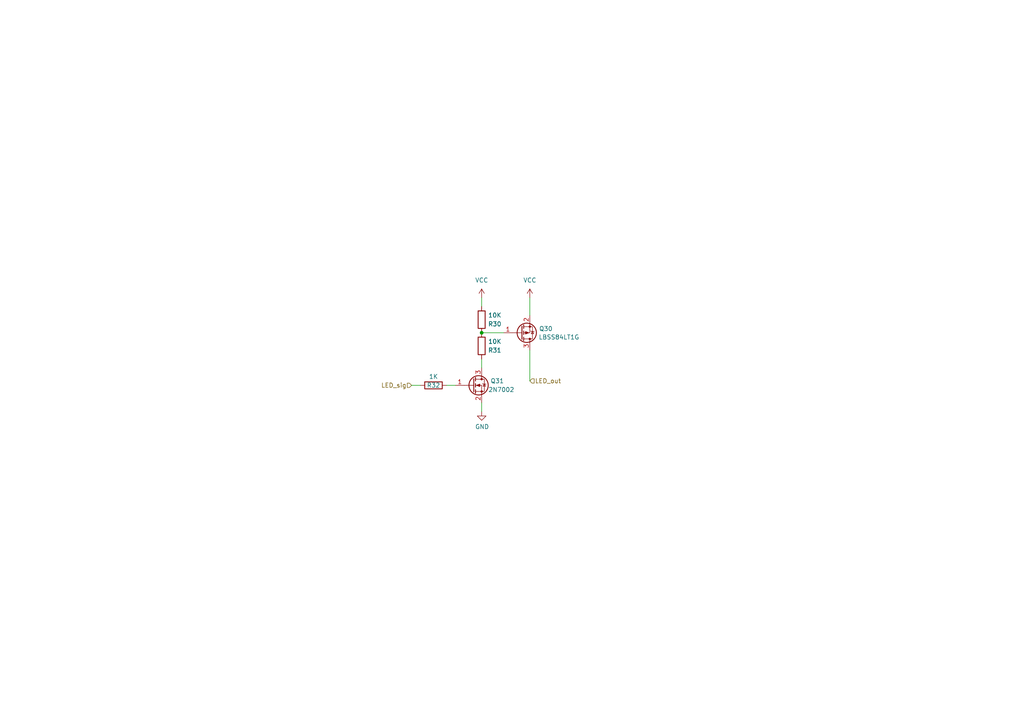
<source format=kicad_sch>
(kicad_sch (version 20211123) (generator eeschema)
  (paper "A4")
  (lib_symbols
    (symbol "Device:R" (pin_numbers hide) (pin_names (offset 0))
      (property "Reference" "R" (at 2.032 0 90))
      (property "Value" "R" (at 0 0 90))
      (symbol "R_0_1"
        (rectangle (start -1.016 -2.54) (end 1.016 2.54) (stroke (width 0.254)))
      )
      (symbol "R_1_1"
        (pin passive line (at 0 3.81 270) (length 1.27) (name "~") (number "1"))
        (pin passive line (at 0 -3.81 90) (length 1.27) (name "~") (number "2"))
      )
    )
    (symbol "Transistor_FET:AO3400A" (pin_names hide)
      (property "Reference" "Q" (at 5.08 1.905 0))
      (property "Value" "AO3400A" (at 5.08 0 0))
      (symbol "AO3400A_0_1"
        (polyline (pts (xy 0.254 0) (xy -2.54 0)))
        (polyline (pts (xy 0.254 1.905) (xy 0.254 -1.905)) (stroke (width 0.254)))
        (polyline (pts (xy 0.762 -1.27) (xy 0.762 -2.286)) (stroke (width 0.254)))
        (polyline (pts (xy 0.762 0.508) (xy 0.762 -0.508)) (stroke (width 0.254)))
        (polyline (pts (xy 0.762 2.286) (xy 0.762 1.27)) (stroke (width 0.254)))
        (polyline (pts (xy 2.54 2.54) (xy 2.54 1.778)))
        (polyline (pts (xy 2.54 -2.54) (xy 2.54 0) (xy 0.762 0)))
        (polyline (pts (xy 0.762 -1.778) (xy 3.302 -1.778) (xy 3.302 1.778) (xy 0.762 1.778)))
        (polyline (pts (xy 1.016 0) (xy 2.032 0.381) (xy 2.032 -0.381) (xy 1.016 0)) (fill (type outline)))
        (polyline (pts (xy 2.794 0.508) (xy 2.921 0.381) (xy 3.683 0.381) (xy 3.81 0.254)))
        (polyline (pts (xy 3.302 0.381) (xy 2.921 -0.254) (xy 3.683 -0.254) (xy 3.302 0.381)))
        (circle (center 1.651 0) (radius 2.794) (stroke (width 0.254)))
        (circle (center 2.54 -1.778) (radius 0.254) (fill (type outline)))
        (circle (center 2.54 1.778) (radius 0.254) (fill (type outline)))
      )
      (symbol "AO3400A_1_1"
        (pin input line (at -5.08 0 0) (length 2.54) (name "G") (number "1"))
        (pin passive line (at 2.54 -5.08 90) (length 2.54) (name "S") (number "2"))
        (pin passive line (at 2.54 5.08 270) (length 2.54) (name "D") (number "3"))
      )
    )
    (symbol "Transistor_FET:AO3401A" (pin_names hide)
      (property "Reference" "Q" (at 5.08 1.905 0))
      (property "Value" "AO3401A" (at 5.08 0 0))
      (symbol "AO3401A_0_1"
        (polyline (pts (xy 0.254 0) (xy -2.54 0)))
        (polyline (pts (xy 0.254 1.905) (xy 0.254 -1.905)) (stroke (width 0.254)))
        (polyline (pts (xy 0.762 -1.27) (xy 0.762 -2.286)) (stroke (width 0.254)))
        (polyline (pts (xy 0.762 0.508) (xy 0.762 -0.508)) (stroke (width 0.254)))
        (polyline (pts (xy 0.762 2.286) (xy 0.762 1.27)) (stroke (width 0.254)))
        (polyline (pts (xy 2.54 2.54) (xy 2.54 1.778)))
        (polyline (pts (xy 2.54 -2.54) (xy 2.54 0) (xy 0.762 0)))
        (polyline (pts (xy 0.762 1.778) (xy 3.302 1.778) (xy 3.302 -1.778) (xy 0.762 -1.778)))
        (polyline (pts (xy 2.286 0) (xy 1.27 0.381) (xy 1.27 -0.381) (xy 2.286 0)) (fill (type outline)))
        (polyline (pts (xy 2.794 -0.508) (xy 2.921 -0.381) (xy 3.683 -0.381) (xy 3.81 -0.254)))
        (polyline (pts (xy 3.302 -0.381) (xy 2.921 0.254) (xy 3.683 0.254) (xy 3.302 -0.381)))
        (circle (center 1.651 0) (radius 2.794) (stroke (width 0.254)))
        (circle (center 2.54 -1.778) (radius 0.254) (fill (type outline)))
        (circle (center 2.54 1.778) (radius 0.254) (fill (type outline)))
      )
      (symbol "AO3401A_1_1"
        (pin input line (at -5.08 0 0) (length 2.54) (name "G") (number "1"))
        (pin passive line (at 2.54 -5.08 90) (length 2.54) (name "S") (number "2"))
        (pin passive line (at 2.54 5.08 270) (length 2.54) (name "D") (number "3"))
      )
    )
    (symbol "power:GND" (power) (pin_names (offset 0))
      (property "Value" "GND" (at 0 -3.81 0))
      (symbol "GND_0_1"
        (polyline (pts (xy 0 0) (xy 0 -1.27) (xy 1.27 -1.27) (xy 0 -2.54) (xy -1.27 -1.27) (xy 0 -1.27)))
      )
      (symbol "GND_1_1"
        (pin power_in line (at 0 0 270) (length 0) hide (name "GND") (number "1"))
      )
    )
    (symbol "power:VCC" (power) (pin_names (offset 0))
      (property "Value" "VCC" (at 0 3.81 0))
      (symbol "VCC_0_1"
        (polyline (pts (xy -0.762 1.27) (xy 0 2.54)))
        (polyline (pts (xy 0 0) (xy 0 2.54)))
        (polyline (pts (xy 0 2.54) (xy 0.762 1.27)))
      )
      (symbol "VCC_1_1"
        (pin power_in line (at 0 0 90) (length 0) hide (name "VCC") (number "1"))
      )
    )
  )
  (junction (at 139.7 96.52))
  (wire (pts (xy 153.67 86.36) (xy 153.67 91.44)))
  (wire (pts (xy 139.7 106.68) (xy 139.7 104.14)))
  (wire (pts (xy 129.54 111.76) (xy 132.08 111.76)))
  (wire (pts (xy 153.67 101.6) (xy 153.67 110.49)))
  (wire (pts (xy 139.7 96.52) (xy 146.05 96.52)))
  (wire (pts (xy 139.7 116.84) (xy 139.7 119.38)))
  (wire (pts (xy 119.38 111.76) (xy 121.92 111.76)))
  (wire (pts (xy 139.7 86.36) (xy 139.7 88.9)))
  (hierarchical_label "LED_out" (shape input) (at 153.67 110.49 0))
  (hierarchical_label "LED_sig" (shape input) (at 119.38 111.76 180))
  (symbol (lib_id "power:VCC") (at 139.7 86.36 0) (unit 1)
    (property "Reference" "#PWR0152" (effects hide))
    (property "Value" "VCC" (at 139.7 81.28 0))
  )
  (symbol (lib_id "Transistor_FET:AO3400A") (at 137.16 111.76 0) (unit 1)
    (property "Reference" "Q31" (at 142.24 110.49 0) (effects (justify left)))
    (property "Value" "2N7002" (at 141.605 113.03 0) (effects (justify left)))
    (property "Datasheet" "https://lcsc.com/product-detail/MOSFETs_Jiangsu-Changjing-Electronics-Technology-Co.%2C-Ltd.-Jiangsu-Changjing-Electronics-Technology-Co.%2C-Ltd.-2N7002_C8545.html" (effects hide))
    (property "LCSC" "C8545" (effects hide))
  )
  (symbol (lib_id "Device:R") (at 139.7 100.33 0) (unit 1)
    (property "Reference" "R31" (at 143.51 101.6 0))
    (property "Value" "10K" (at 143.51 99.06 0))
    (property "Datasheet" "https://lcsc.com/product-detail/Chip-Resistor---Surface-Mount_UNI-ROYALUniroyal-Elec-UNI-ROYALUniroyal-Elec-0402WGF1002TCE_C25744.html" (effects hide))
    (property "LCSC" "C25744" (effects hide))
  )
  (symbol (lib_id "power:GND") (at 139.7 119.38 0) (unit 1)
    (property "Reference" "#PWR0121" (effects hide))
    (property "Value" "GND" (at 139.827 123.7742 0))
  )
  (symbol (lib_id "Transistor_FET:AO3401A") (at 151.13 96.52 0) (mirror x) (unit 1)
    (property "Reference" "Q30" (at 156.337 95.3516 0) (effects (justify left)))
    (property "Value" "LBSS84LT1G" (at 156.21 97.79 0) (effects (justify left)))
    (property "Datasheet" "https://lcsc.com/product-detail/MOSFETs_LRC-LRC-LBSS84LT1G_C8492.html" (effects hide))
    (property "LCSC" "C8492" (effects hide))
  )
  (symbol (lib_id "Device:R") (at 139.7 92.71 0) (unit 1)
    (property "Reference" "R30" (at 143.51 93.98 0))
    (property "Value" "10K" (at 143.51 91.44 0))
    (property "Datasheet" "https://lcsc.com/product-detail/Chip-Resistor---Surface-Mount_UNI-ROYALUniroyal-Elec-UNI-ROYALUniroyal-Elec-0402WGF1002TCE_C25744.html" (effects hide))
    (property "LCSC" "C25744" (effects hide))
  )
  (symbol (lib_id "Device:R") (at 125.73 111.76 270) (unit 1)
    (property "Reference" "R32" (at 125.73 111.76 90))
    (property "Value" "1K" (at 125.73 109.22 90))
    (property "Datasheet" "https://lcsc.com/product-detail/Chip-Resistor---Surface-Mount_UNI-ROYALUniroyal-Elec-UNI-ROYALUniroyal-Elec-0402WGF1001TCE_C11702.html" (effects hide))
    (property "LCSC" "C11702" (effects hide))
  )
  (symbol (lib_id "power:VCC") (at 153.67 86.36 0) (unit 1)
    (property "Reference" "#PWR0122" (effects hide))
    (property "Value" "VCC" (at 153.67 81.28 0))
  )
)
</source>
